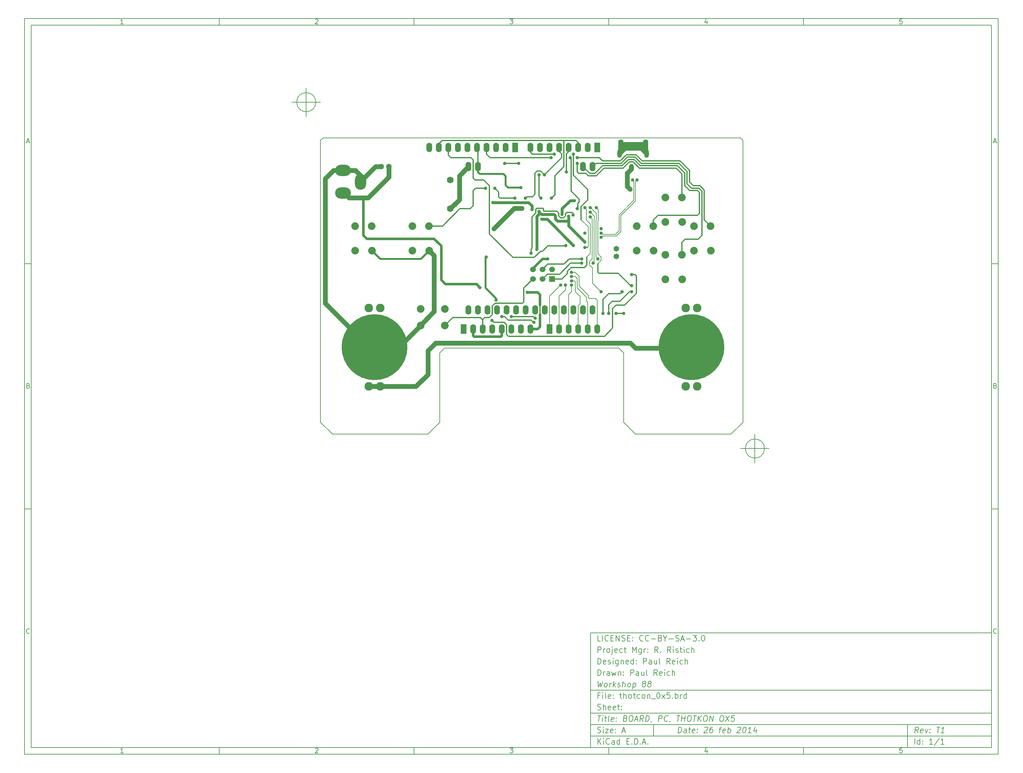
<source format=gbl>
G04 (created by PCBNEW (2013-dec-23)-stable) date Wed 26 Feb 2014 13:07:50 CST*
%MOIN*%
G04 Gerber Fmt 3.4, Leading zero omitted, Abs format*
%FSLAX34Y34*%
G01*
G70*
G90*
G04 APERTURE LIST*
%ADD10C,0.00590551*%
%ADD11C,0.006*%
%ADD12O,0.0562992X0.10315*%
%ADD13O,0.0496063X0.0889764*%
%ADD14O,0.06X0.1*%
%ADD15C,0.08*%
%ADD16C,0.07*%
%ADD17O,0.165354X0.11811*%
%ADD18O,0.11811X0.165354*%
%ADD19C,0.0583*%
%ADD20R,0.06X0.06*%
%ADD21C,0.06*%
%ADD22R,0.06X0.1*%
%ADD23C,0.09*%
%ADD24C,0.69*%
%ADD25C,0.035*%
%ADD26C,0.02*%
%ADD27C,0.012*%
%ADD28C,0.03*%
%ADD29C,0.05*%
%ADD30C,0.025*%
%ADD31C,0.008*%
%ADD32C,0.01*%
G04 APERTURE END LIST*
G54D10*
X4000Y-4000D02*
X106000Y-4000D01*
X106000Y-81000D01*
X4000Y-81000D01*
X4000Y-4000D01*
X4700Y-4700D02*
X105300Y-4700D01*
X105300Y-80300D01*
X4700Y-80300D01*
X4700Y-4700D01*
X24400Y-4000D02*
X24400Y-4700D01*
X14342Y-4552D02*
X14057Y-4552D01*
X14200Y-4552D02*
X14200Y-4052D01*
X14152Y-4123D01*
X14104Y-4171D01*
X14057Y-4195D01*
X24400Y-81000D02*
X24400Y-80300D01*
X14342Y-80852D02*
X14057Y-80852D01*
X14200Y-80852D02*
X14200Y-80352D01*
X14152Y-80423D01*
X14104Y-80471D01*
X14057Y-80495D01*
X44800Y-4000D02*
X44800Y-4700D01*
X34457Y-4100D02*
X34480Y-4076D01*
X34528Y-4052D01*
X34647Y-4052D01*
X34695Y-4076D01*
X34719Y-4100D01*
X34742Y-4147D01*
X34742Y-4195D01*
X34719Y-4266D01*
X34433Y-4552D01*
X34742Y-4552D01*
X44800Y-81000D02*
X44800Y-80300D01*
X34457Y-80400D02*
X34480Y-80376D01*
X34528Y-80352D01*
X34647Y-80352D01*
X34695Y-80376D01*
X34719Y-80400D01*
X34742Y-80447D01*
X34742Y-80495D01*
X34719Y-80566D01*
X34433Y-80852D01*
X34742Y-80852D01*
X65200Y-4000D02*
X65200Y-4700D01*
X54833Y-4052D02*
X55142Y-4052D01*
X54976Y-4242D01*
X55047Y-4242D01*
X55095Y-4266D01*
X55119Y-4290D01*
X55142Y-4338D01*
X55142Y-4457D01*
X55119Y-4504D01*
X55095Y-4528D01*
X55047Y-4552D01*
X54904Y-4552D01*
X54857Y-4528D01*
X54833Y-4504D01*
X65200Y-81000D02*
X65200Y-80300D01*
X54833Y-80352D02*
X55142Y-80352D01*
X54976Y-80542D01*
X55047Y-80542D01*
X55095Y-80566D01*
X55119Y-80590D01*
X55142Y-80638D01*
X55142Y-80757D01*
X55119Y-80804D01*
X55095Y-80828D01*
X55047Y-80852D01*
X54904Y-80852D01*
X54857Y-80828D01*
X54833Y-80804D01*
X85600Y-4000D02*
X85600Y-4700D01*
X75495Y-4219D02*
X75495Y-4552D01*
X75376Y-4028D02*
X75257Y-4385D01*
X75566Y-4385D01*
X85600Y-81000D02*
X85600Y-80300D01*
X75495Y-80519D02*
X75495Y-80852D01*
X75376Y-80328D02*
X75257Y-80685D01*
X75566Y-80685D01*
X95919Y-4052D02*
X95680Y-4052D01*
X95657Y-4290D01*
X95680Y-4266D01*
X95728Y-4242D01*
X95847Y-4242D01*
X95895Y-4266D01*
X95919Y-4290D01*
X95942Y-4338D01*
X95942Y-4457D01*
X95919Y-4504D01*
X95895Y-4528D01*
X95847Y-4552D01*
X95728Y-4552D01*
X95680Y-4528D01*
X95657Y-4504D01*
X95919Y-80352D02*
X95680Y-80352D01*
X95657Y-80590D01*
X95680Y-80566D01*
X95728Y-80542D01*
X95847Y-80542D01*
X95895Y-80566D01*
X95919Y-80590D01*
X95942Y-80638D01*
X95942Y-80757D01*
X95919Y-80804D01*
X95895Y-80828D01*
X95847Y-80852D01*
X95728Y-80852D01*
X95680Y-80828D01*
X95657Y-80804D01*
X4000Y-29660D02*
X4700Y-29660D01*
X4230Y-16889D02*
X4469Y-16889D01*
X4183Y-17032D02*
X4350Y-16532D01*
X4516Y-17032D01*
X106000Y-29660D02*
X105300Y-29660D01*
X105530Y-16889D02*
X105769Y-16889D01*
X105483Y-17032D02*
X105650Y-16532D01*
X105816Y-17032D01*
X4000Y-55320D02*
X4700Y-55320D01*
X4385Y-42430D02*
X4457Y-42454D01*
X4480Y-42478D01*
X4504Y-42525D01*
X4504Y-42597D01*
X4480Y-42644D01*
X4457Y-42668D01*
X4409Y-42692D01*
X4219Y-42692D01*
X4219Y-42192D01*
X4385Y-42192D01*
X4433Y-42216D01*
X4457Y-42240D01*
X4480Y-42287D01*
X4480Y-42335D01*
X4457Y-42382D01*
X4433Y-42406D01*
X4385Y-42430D01*
X4219Y-42430D01*
X106000Y-55320D02*
X105300Y-55320D01*
X105685Y-42430D02*
X105757Y-42454D01*
X105780Y-42478D01*
X105804Y-42525D01*
X105804Y-42597D01*
X105780Y-42644D01*
X105757Y-42668D01*
X105709Y-42692D01*
X105519Y-42692D01*
X105519Y-42192D01*
X105685Y-42192D01*
X105733Y-42216D01*
X105757Y-42240D01*
X105780Y-42287D01*
X105780Y-42335D01*
X105757Y-42382D01*
X105733Y-42406D01*
X105685Y-42430D01*
X105519Y-42430D01*
X4504Y-68304D02*
X4480Y-68328D01*
X4409Y-68352D01*
X4361Y-68352D01*
X4290Y-68328D01*
X4242Y-68280D01*
X4219Y-68233D01*
X4195Y-68138D01*
X4195Y-68066D01*
X4219Y-67971D01*
X4242Y-67923D01*
X4290Y-67876D01*
X4361Y-67852D01*
X4409Y-67852D01*
X4480Y-67876D01*
X4504Y-67900D01*
X105804Y-68304D02*
X105780Y-68328D01*
X105709Y-68352D01*
X105661Y-68352D01*
X105590Y-68328D01*
X105542Y-68280D01*
X105519Y-68233D01*
X105495Y-68138D01*
X105495Y-68066D01*
X105519Y-67971D01*
X105542Y-67923D01*
X105590Y-67876D01*
X105661Y-67852D01*
X105709Y-67852D01*
X105780Y-67876D01*
X105804Y-67900D01*
X72450Y-78742D02*
X72525Y-78142D01*
X72667Y-78142D01*
X72750Y-78171D01*
X72800Y-78228D01*
X72821Y-78285D01*
X72835Y-78400D01*
X72825Y-78485D01*
X72782Y-78600D01*
X72746Y-78657D01*
X72682Y-78714D01*
X72592Y-78742D01*
X72450Y-78742D01*
X73307Y-78742D02*
X73346Y-78428D01*
X73325Y-78371D01*
X73271Y-78342D01*
X73157Y-78342D01*
X73096Y-78371D01*
X73310Y-78714D02*
X73250Y-78742D01*
X73107Y-78742D01*
X73053Y-78714D01*
X73032Y-78657D01*
X73039Y-78600D01*
X73075Y-78542D01*
X73135Y-78514D01*
X73278Y-78514D01*
X73339Y-78485D01*
X73557Y-78342D02*
X73785Y-78342D01*
X73667Y-78142D02*
X73603Y-78657D01*
X73625Y-78714D01*
X73678Y-78742D01*
X73735Y-78742D01*
X74167Y-78714D02*
X74107Y-78742D01*
X73992Y-78742D01*
X73939Y-78714D01*
X73917Y-78657D01*
X73946Y-78428D01*
X73982Y-78371D01*
X74042Y-78342D01*
X74157Y-78342D01*
X74210Y-78371D01*
X74232Y-78428D01*
X74225Y-78485D01*
X73932Y-78542D01*
X74457Y-78685D02*
X74482Y-78714D01*
X74450Y-78742D01*
X74425Y-78714D01*
X74457Y-78685D01*
X74450Y-78742D01*
X74496Y-78371D02*
X74521Y-78400D01*
X74489Y-78428D01*
X74464Y-78400D01*
X74496Y-78371D01*
X74489Y-78428D01*
X75232Y-78200D02*
X75264Y-78171D01*
X75325Y-78142D01*
X75467Y-78142D01*
X75521Y-78171D01*
X75546Y-78200D01*
X75567Y-78257D01*
X75560Y-78314D01*
X75521Y-78400D01*
X75135Y-78742D01*
X75507Y-78742D01*
X76096Y-78142D02*
X75982Y-78142D01*
X75921Y-78171D01*
X75889Y-78200D01*
X75821Y-78285D01*
X75778Y-78400D01*
X75750Y-78628D01*
X75771Y-78685D01*
X75796Y-78714D01*
X75850Y-78742D01*
X75964Y-78742D01*
X76025Y-78714D01*
X76057Y-78685D01*
X76092Y-78628D01*
X76110Y-78485D01*
X76089Y-78428D01*
X76064Y-78400D01*
X76010Y-78371D01*
X75896Y-78371D01*
X75835Y-78400D01*
X75803Y-78428D01*
X75767Y-78485D01*
X76757Y-78342D02*
X76985Y-78342D01*
X76792Y-78742D02*
X76857Y-78228D01*
X76892Y-78171D01*
X76953Y-78142D01*
X77010Y-78142D01*
X77367Y-78714D02*
X77307Y-78742D01*
X77192Y-78742D01*
X77139Y-78714D01*
X77117Y-78657D01*
X77146Y-78428D01*
X77182Y-78371D01*
X77242Y-78342D01*
X77357Y-78342D01*
X77410Y-78371D01*
X77432Y-78428D01*
X77425Y-78485D01*
X77132Y-78542D01*
X77650Y-78742D02*
X77725Y-78142D01*
X77696Y-78371D02*
X77757Y-78342D01*
X77871Y-78342D01*
X77925Y-78371D01*
X77950Y-78400D01*
X77971Y-78457D01*
X77950Y-78628D01*
X77914Y-78685D01*
X77882Y-78714D01*
X77821Y-78742D01*
X77707Y-78742D01*
X77653Y-78714D01*
X78689Y-78200D02*
X78721Y-78171D01*
X78782Y-78142D01*
X78925Y-78142D01*
X78978Y-78171D01*
X79003Y-78200D01*
X79025Y-78257D01*
X79017Y-78314D01*
X78978Y-78400D01*
X78592Y-78742D01*
X78964Y-78742D01*
X79410Y-78142D02*
X79467Y-78142D01*
X79521Y-78171D01*
X79546Y-78200D01*
X79567Y-78257D01*
X79582Y-78371D01*
X79564Y-78514D01*
X79521Y-78628D01*
X79485Y-78685D01*
X79453Y-78714D01*
X79392Y-78742D01*
X79335Y-78742D01*
X79282Y-78714D01*
X79257Y-78685D01*
X79235Y-78628D01*
X79221Y-78514D01*
X79239Y-78371D01*
X79282Y-78257D01*
X79317Y-78200D01*
X79350Y-78171D01*
X79410Y-78142D01*
X80107Y-78742D02*
X79764Y-78742D01*
X79935Y-78742D02*
X80010Y-78142D01*
X79942Y-78228D01*
X79878Y-78285D01*
X79817Y-78314D01*
X80671Y-78342D02*
X80621Y-78742D01*
X80557Y-78114D02*
X80360Y-78542D01*
X80732Y-78542D01*
X64042Y-79942D02*
X64042Y-79342D01*
X64385Y-79942D02*
X64128Y-79600D01*
X64385Y-79342D02*
X64042Y-79685D01*
X64642Y-79942D02*
X64642Y-79542D01*
X64642Y-79342D02*
X64614Y-79371D01*
X64642Y-79400D01*
X64671Y-79371D01*
X64642Y-79342D01*
X64642Y-79400D01*
X65271Y-79885D02*
X65242Y-79914D01*
X65157Y-79942D01*
X65100Y-79942D01*
X65014Y-79914D01*
X64957Y-79857D01*
X64928Y-79800D01*
X64900Y-79685D01*
X64900Y-79600D01*
X64928Y-79485D01*
X64957Y-79428D01*
X65014Y-79371D01*
X65100Y-79342D01*
X65157Y-79342D01*
X65242Y-79371D01*
X65271Y-79400D01*
X65785Y-79942D02*
X65785Y-79628D01*
X65757Y-79571D01*
X65700Y-79542D01*
X65585Y-79542D01*
X65528Y-79571D01*
X65785Y-79914D02*
X65728Y-79942D01*
X65585Y-79942D01*
X65528Y-79914D01*
X65500Y-79857D01*
X65500Y-79800D01*
X65528Y-79742D01*
X65585Y-79714D01*
X65728Y-79714D01*
X65785Y-79685D01*
X66328Y-79942D02*
X66328Y-79342D01*
X66328Y-79914D02*
X66271Y-79942D01*
X66157Y-79942D01*
X66100Y-79914D01*
X66071Y-79885D01*
X66042Y-79828D01*
X66042Y-79657D01*
X66071Y-79600D01*
X66100Y-79571D01*
X66157Y-79542D01*
X66271Y-79542D01*
X66328Y-79571D01*
X67071Y-79628D02*
X67271Y-79628D01*
X67357Y-79942D02*
X67071Y-79942D01*
X67071Y-79342D01*
X67357Y-79342D01*
X67614Y-79885D02*
X67642Y-79914D01*
X67614Y-79942D01*
X67585Y-79914D01*
X67614Y-79885D01*
X67614Y-79942D01*
X67899Y-79942D02*
X67899Y-79342D01*
X68042Y-79342D01*
X68128Y-79371D01*
X68185Y-79428D01*
X68214Y-79485D01*
X68242Y-79600D01*
X68242Y-79685D01*
X68214Y-79800D01*
X68185Y-79857D01*
X68128Y-79914D01*
X68042Y-79942D01*
X67899Y-79942D01*
X68499Y-79885D02*
X68528Y-79914D01*
X68499Y-79942D01*
X68471Y-79914D01*
X68499Y-79885D01*
X68499Y-79942D01*
X68757Y-79771D02*
X69042Y-79771D01*
X68699Y-79942D02*
X68899Y-79342D01*
X69099Y-79942D01*
X69299Y-79885D02*
X69328Y-79914D01*
X69299Y-79942D01*
X69271Y-79914D01*
X69299Y-79885D01*
X69299Y-79942D01*
X97592Y-78742D02*
X97428Y-78457D01*
X97250Y-78742D02*
X97325Y-78142D01*
X97553Y-78142D01*
X97607Y-78171D01*
X97632Y-78200D01*
X97653Y-78257D01*
X97642Y-78342D01*
X97607Y-78400D01*
X97575Y-78428D01*
X97514Y-78457D01*
X97285Y-78457D01*
X98082Y-78714D02*
X98021Y-78742D01*
X97907Y-78742D01*
X97853Y-78714D01*
X97832Y-78657D01*
X97860Y-78428D01*
X97896Y-78371D01*
X97957Y-78342D01*
X98071Y-78342D01*
X98125Y-78371D01*
X98146Y-78428D01*
X98139Y-78485D01*
X97846Y-78542D01*
X98357Y-78342D02*
X98450Y-78742D01*
X98642Y-78342D01*
X98828Y-78685D02*
X98853Y-78714D01*
X98821Y-78742D01*
X98796Y-78714D01*
X98828Y-78685D01*
X98821Y-78742D01*
X98867Y-78371D02*
X98892Y-78400D01*
X98860Y-78428D01*
X98835Y-78400D01*
X98867Y-78371D01*
X98860Y-78428D01*
X99553Y-78142D02*
X99896Y-78142D01*
X99650Y-78742D02*
X99725Y-78142D01*
X100335Y-78742D02*
X99992Y-78742D01*
X100164Y-78742D02*
X100239Y-78142D01*
X100171Y-78228D01*
X100107Y-78285D01*
X100046Y-78314D01*
X64014Y-78714D02*
X64100Y-78742D01*
X64242Y-78742D01*
X64300Y-78714D01*
X64328Y-78685D01*
X64357Y-78628D01*
X64357Y-78571D01*
X64328Y-78514D01*
X64300Y-78485D01*
X64242Y-78457D01*
X64128Y-78428D01*
X64071Y-78400D01*
X64042Y-78371D01*
X64014Y-78314D01*
X64014Y-78257D01*
X64042Y-78200D01*
X64071Y-78171D01*
X64128Y-78142D01*
X64271Y-78142D01*
X64357Y-78171D01*
X64614Y-78742D02*
X64614Y-78342D01*
X64614Y-78142D02*
X64585Y-78171D01*
X64614Y-78200D01*
X64642Y-78171D01*
X64614Y-78142D01*
X64614Y-78200D01*
X64842Y-78342D02*
X65157Y-78342D01*
X64842Y-78742D01*
X65157Y-78742D01*
X65614Y-78714D02*
X65557Y-78742D01*
X65442Y-78742D01*
X65385Y-78714D01*
X65357Y-78657D01*
X65357Y-78428D01*
X65385Y-78371D01*
X65442Y-78342D01*
X65557Y-78342D01*
X65614Y-78371D01*
X65642Y-78428D01*
X65642Y-78485D01*
X65357Y-78542D01*
X65900Y-78685D02*
X65928Y-78714D01*
X65900Y-78742D01*
X65871Y-78714D01*
X65900Y-78685D01*
X65900Y-78742D01*
X65900Y-78371D02*
X65928Y-78400D01*
X65900Y-78428D01*
X65871Y-78400D01*
X65900Y-78371D01*
X65900Y-78428D01*
X66614Y-78571D02*
X66900Y-78571D01*
X66557Y-78742D02*
X66757Y-78142D01*
X66957Y-78742D01*
X97242Y-79942D02*
X97242Y-79342D01*
X97785Y-79942D02*
X97785Y-79342D01*
X97785Y-79914D02*
X97728Y-79942D01*
X97614Y-79942D01*
X97557Y-79914D01*
X97528Y-79885D01*
X97500Y-79828D01*
X97500Y-79657D01*
X97528Y-79600D01*
X97557Y-79571D01*
X97614Y-79542D01*
X97728Y-79542D01*
X97785Y-79571D01*
X98071Y-79885D02*
X98100Y-79914D01*
X98071Y-79942D01*
X98042Y-79914D01*
X98071Y-79885D01*
X98071Y-79942D01*
X98071Y-79571D02*
X98100Y-79600D01*
X98071Y-79628D01*
X98042Y-79600D01*
X98071Y-79571D01*
X98071Y-79628D01*
X99128Y-79942D02*
X98785Y-79942D01*
X98957Y-79942D02*
X98957Y-79342D01*
X98899Y-79428D01*
X98842Y-79485D01*
X98785Y-79514D01*
X99814Y-79314D02*
X99300Y-80085D01*
X100328Y-79942D02*
X99985Y-79942D01*
X100157Y-79942D02*
X100157Y-79342D01*
X100099Y-79428D01*
X100042Y-79485D01*
X99985Y-79514D01*
X64039Y-76942D02*
X64382Y-76942D01*
X64135Y-77542D02*
X64210Y-76942D01*
X64507Y-77542D02*
X64557Y-77142D01*
X64582Y-76942D02*
X64550Y-76971D01*
X64575Y-77000D01*
X64607Y-76971D01*
X64582Y-76942D01*
X64575Y-77000D01*
X64757Y-77142D02*
X64985Y-77142D01*
X64867Y-76942D02*
X64803Y-77457D01*
X64825Y-77514D01*
X64878Y-77542D01*
X64935Y-77542D01*
X65221Y-77542D02*
X65167Y-77514D01*
X65146Y-77457D01*
X65210Y-76942D01*
X65682Y-77514D02*
X65621Y-77542D01*
X65507Y-77542D01*
X65453Y-77514D01*
X65432Y-77457D01*
X65460Y-77228D01*
X65496Y-77171D01*
X65557Y-77142D01*
X65671Y-77142D01*
X65725Y-77171D01*
X65746Y-77228D01*
X65739Y-77285D01*
X65446Y-77342D01*
X65971Y-77485D02*
X65996Y-77514D01*
X65964Y-77542D01*
X65939Y-77514D01*
X65971Y-77485D01*
X65964Y-77542D01*
X66010Y-77171D02*
X66035Y-77200D01*
X66003Y-77228D01*
X65978Y-77200D01*
X66010Y-77171D01*
X66003Y-77228D01*
X66946Y-77228D02*
X67028Y-77257D01*
X67053Y-77285D01*
X67075Y-77342D01*
X67064Y-77428D01*
X67028Y-77485D01*
X66996Y-77514D01*
X66935Y-77542D01*
X66707Y-77542D01*
X66782Y-76942D01*
X66982Y-76942D01*
X67035Y-76971D01*
X67060Y-77000D01*
X67082Y-77057D01*
X67075Y-77114D01*
X67039Y-77171D01*
X67007Y-77200D01*
X66946Y-77228D01*
X66746Y-77228D01*
X67496Y-76942D02*
X67610Y-76942D01*
X67664Y-76971D01*
X67714Y-77028D01*
X67728Y-77142D01*
X67703Y-77342D01*
X67660Y-77457D01*
X67596Y-77514D01*
X67535Y-77542D01*
X67421Y-77542D01*
X67367Y-77514D01*
X67317Y-77457D01*
X67303Y-77342D01*
X67328Y-77142D01*
X67371Y-77028D01*
X67435Y-76971D01*
X67496Y-76942D01*
X67928Y-77371D02*
X68214Y-77371D01*
X67850Y-77542D02*
X68125Y-76942D01*
X68250Y-77542D01*
X68792Y-77542D02*
X68628Y-77257D01*
X68450Y-77542D02*
X68525Y-76942D01*
X68753Y-76942D01*
X68807Y-76971D01*
X68832Y-77000D01*
X68853Y-77057D01*
X68842Y-77142D01*
X68807Y-77200D01*
X68775Y-77228D01*
X68714Y-77257D01*
X68485Y-77257D01*
X69050Y-77542D02*
X69125Y-76942D01*
X69267Y-76942D01*
X69350Y-76971D01*
X69400Y-77028D01*
X69421Y-77085D01*
X69435Y-77200D01*
X69425Y-77285D01*
X69382Y-77400D01*
X69346Y-77457D01*
X69282Y-77514D01*
X69192Y-77542D01*
X69050Y-77542D01*
X69682Y-77514D02*
X69678Y-77542D01*
X69642Y-77600D01*
X69610Y-77628D01*
X70392Y-77542D02*
X70467Y-76942D01*
X70696Y-76942D01*
X70749Y-76971D01*
X70775Y-77000D01*
X70796Y-77057D01*
X70785Y-77142D01*
X70750Y-77200D01*
X70717Y-77228D01*
X70657Y-77257D01*
X70428Y-77257D01*
X71342Y-77485D02*
X71310Y-77514D01*
X71221Y-77542D01*
X71164Y-77542D01*
X71082Y-77514D01*
X71032Y-77457D01*
X71010Y-77400D01*
X70996Y-77285D01*
X71007Y-77200D01*
X71050Y-77085D01*
X71085Y-77028D01*
X71149Y-76971D01*
X71239Y-76942D01*
X71296Y-76942D01*
X71378Y-76971D01*
X71403Y-77000D01*
X71625Y-77514D02*
X71621Y-77542D01*
X71585Y-77600D01*
X71553Y-77628D01*
X72325Y-76942D02*
X72667Y-76942D01*
X72421Y-77542D02*
X72496Y-76942D01*
X72792Y-77542D02*
X72867Y-76942D01*
X72832Y-77228D02*
X73175Y-77228D01*
X73135Y-77542D02*
X73210Y-76942D01*
X73610Y-76942D02*
X73725Y-76942D01*
X73778Y-76971D01*
X73828Y-77028D01*
X73842Y-77142D01*
X73817Y-77342D01*
X73774Y-77457D01*
X73710Y-77514D01*
X73650Y-77542D01*
X73535Y-77542D01*
X73482Y-77514D01*
X73432Y-77457D01*
X73417Y-77342D01*
X73442Y-77142D01*
X73485Y-77028D01*
X73549Y-76971D01*
X73610Y-76942D01*
X74039Y-76942D02*
X74382Y-76942D01*
X74135Y-77542D02*
X74210Y-76942D01*
X74507Y-77542D02*
X74582Y-76942D01*
X74849Y-77542D02*
X74635Y-77200D01*
X74924Y-76942D02*
X74539Y-77285D01*
X75296Y-76942D02*
X75410Y-76942D01*
X75464Y-76971D01*
X75514Y-77028D01*
X75528Y-77142D01*
X75503Y-77342D01*
X75460Y-77457D01*
X75396Y-77514D01*
X75335Y-77542D01*
X75221Y-77542D01*
X75167Y-77514D01*
X75117Y-77457D01*
X75103Y-77342D01*
X75128Y-77142D01*
X75171Y-77028D01*
X75235Y-76971D01*
X75296Y-76942D01*
X75735Y-77542D02*
X75810Y-76942D01*
X76078Y-77542D01*
X76153Y-76942D01*
X77010Y-76942D02*
X77124Y-76942D01*
X77178Y-76971D01*
X77228Y-77028D01*
X77242Y-77142D01*
X77217Y-77342D01*
X77174Y-77457D01*
X77110Y-77514D01*
X77049Y-77542D01*
X76935Y-77542D01*
X76882Y-77514D01*
X76832Y-77457D01*
X76817Y-77342D01*
X76842Y-77142D01*
X76885Y-77028D01*
X76949Y-76971D01*
X77010Y-76942D01*
X77467Y-76942D02*
X77792Y-77542D01*
X77867Y-76942D02*
X77392Y-77542D01*
X78382Y-76942D02*
X78096Y-76942D01*
X78032Y-77228D01*
X78064Y-77200D01*
X78124Y-77171D01*
X78267Y-77171D01*
X78321Y-77200D01*
X78346Y-77228D01*
X78367Y-77285D01*
X78349Y-77428D01*
X78314Y-77485D01*
X78282Y-77514D01*
X78221Y-77542D01*
X78078Y-77542D01*
X78024Y-77514D01*
X77999Y-77485D01*
X64242Y-74828D02*
X64042Y-74828D01*
X64042Y-75142D02*
X64042Y-74542D01*
X64328Y-74542D01*
X64557Y-75142D02*
X64557Y-74742D01*
X64557Y-74542D02*
X64528Y-74571D01*
X64557Y-74600D01*
X64585Y-74571D01*
X64557Y-74542D01*
X64557Y-74600D01*
X64928Y-75142D02*
X64871Y-75114D01*
X64842Y-75057D01*
X64842Y-74542D01*
X65385Y-75114D02*
X65328Y-75142D01*
X65214Y-75142D01*
X65157Y-75114D01*
X65128Y-75057D01*
X65128Y-74828D01*
X65157Y-74771D01*
X65214Y-74742D01*
X65328Y-74742D01*
X65385Y-74771D01*
X65414Y-74828D01*
X65414Y-74885D01*
X65128Y-74942D01*
X65671Y-75085D02*
X65700Y-75114D01*
X65671Y-75142D01*
X65642Y-75114D01*
X65671Y-75085D01*
X65671Y-75142D01*
X65671Y-74771D02*
X65700Y-74800D01*
X65671Y-74828D01*
X65642Y-74800D01*
X65671Y-74771D01*
X65671Y-74828D01*
X66328Y-74742D02*
X66557Y-74742D01*
X66414Y-74542D02*
X66414Y-75057D01*
X66442Y-75114D01*
X66500Y-75142D01*
X66557Y-75142D01*
X66757Y-75142D02*
X66757Y-74542D01*
X67014Y-75142D02*
X67014Y-74828D01*
X66985Y-74771D01*
X66928Y-74742D01*
X66842Y-74742D01*
X66785Y-74771D01*
X66757Y-74800D01*
X67385Y-75142D02*
X67328Y-75114D01*
X67300Y-75085D01*
X67271Y-75028D01*
X67271Y-74857D01*
X67300Y-74800D01*
X67328Y-74771D01*
X67385Y-74742D01*
X67471Y-74742D01*
X67528Y-74771D01*
X67557Y-74800D01*
X67585Y-74857D01*
X67585Y-75028D01*
X67557Y-75085D01*
X67528Y-75114D01*
X67471Y-75142D01*
X67385Y-75142D01*
X67757Y-74742D02*
X67985Y-74742D01*
X67842Y-74542D02*
X67842Y-75057D01*
X67871Y-75114D01*
X67928Y-75142D01*
X67985Y-75142D01*
X68442Y-75114D02*
X68385Y-75142D01*
X68271Y-75142D01*
X68214Y-75114D01*
X68185Y-75085D01*
X68157Y-75028D01*
X68157Y-74857D01*
X68185Y-74800D01*
X68214Y-74771D01*
X68271Y-74742D01*
X68385Y-74742D01*
X68442Y-74771D01*
X68785Y-75142D02*
X68728Y-75114D01*
X68700Y-75085D01*
X68671Y-75028D01*
X68671Y-74857D01*
X68700Y-74800D01*
X68728Y-74771D01*
X68785Y-74742D01*
X68871Y-74742D01*
X68928Y-74771D01*
X68957Y-74800D01*
X68985Y-74857D01*
X68985Y-75028D01*
X68957Y-75085D01*
X68928Y-75114D01*
X68871Y-75142D01*
X68785Y-75142D01*
X69242Y-74742D02*
X69242Y-75142D01*
X69242Y-74800D02*
X69271Y-74771D01*
X69328Y-74742D01*
X69414Y-74742D01*
X69471Y-74771D01*
X69500Y-74828D01*
X69500Y-75142D01*
X69642Y-75200D02*
X70100Y-75200D01*
X70357Y-74542D02*
X70414Y-74542D01*
X70471Y-74571D01*
X70500Y-74600D01*
X70528Y-74657D01*
X70557Y-74771D01*
X70557Y-74914D01*
X70528Y-75028D01*
X70500Y-75085D01*
X70471Y-75114D01*
X70414Y-75142D01*
X70357Y-75142D01*
X70300Y-75114D01*
X70271Y-75085D01*
X70242Y-75028D01*
X70214Y-74914D01*
X70214Y-74771D01*
X70242Y-74657D01*
X70271Y-74600D01*
X70300Y-74571D01*
X70357Y-74542D01*
X70757Y-75142D02*
X71071Y-74742D01*
X70757Y-74742D02*
X71071Y-75142D01*
X71585Y-74542D02*
X71300Y-74542D01*
X71271Y-74828D01*
X71300Y-74800D01*
X71357Y-74771D01*
X71500Y-74771D01*
X71557Y-74800D01*
X71585Y-74828D01*
X71614Y-74885D01*
X71614Y-75028D01*
X71585Y-75085D01*
X71557Y-75114D01*
X71500Y-75142D01*
X71357Y-75142D01*
X71300Y-75114D01*
X71271Y-75085D01*
X71871Y-75085D02*
X71900Y-75114D01*
X71871Y-75142D01*
X71842Y-75114D01*
X71871Y-75085D01*
X71871Y-75142D01*
X72157Y-75142D02*
X72157Y-74542D01*
X72157Y-74771D02*
X72214Y-74742D01*
X72328Y-74742D01*
X72385Y-74771D01*
X72414Y-74800D01*
X72442Y-74857D01*
X72442Y-75028D01*
X72414Y-75085D01*
X72385Y-75114D01*
X72328Y-75142D01*
X72214Y-75142D01*
X72157Y-75114D01*
X72700Y-75142D02*
X72700Y-74742D01*
X72700Y-74857D02*
X72728Y-74800D01*
X72757Y-74771D01*
X72814Y-74742D01*
X72871Y-74742D01*
X73328Y-75142D02*
X73328Y-74542D01*
X73328Y-75114D02*
X73271Y-75142D01*
X73157Y-75142D01*
X73100Y-75114D01*
X73071Y-75085D01*
X73042Y-75028D01*
X73042Y-74857D01*
X73071Y-74800D01*
X73100Y-74771D01*
X73157Y-74742D01*
X73271Y-74742D01*
X73328Y-74771D01*
X64014Y-76314D02*
X64100Y-76342D01*
X64242Y-76342D01*
X64300Y-76314D01*
X64328Y-76285D01*
X64357Y-76228D01*
X64357Y-76171D01*
X64328Y-76114D01*
X64300Y-76085D01*
X64242Y-76057D01*
X64128Y-76028D01*
X64071Y-76000D01*
X64042Y-75971D01*
X64014Y-75914D01*
X64014Y-75857D01*
X64042Y-75800D01*
X64071Y-75771D01*
X64128Y-75742D01*
X64271Y-75742D01*
X64357Y-75771D01*
X64614Y-76342D02*
X64614Y-75742D01*
X64871Y-76342D02*
X64871Y-76028D01*
X64842Y-75971D01*
X64785Y-75942D01*
X64700Y-75942D01*
X64642Y-75971D01*
X64614Y-76000D01*
X65385Y-76314D02*
X65328Y-76342D01*
X65214Y-76342D01*
X65157Y-76314D01*
X65128Y-76257D01*
X65128Y-76028D01*
X65157Y-75971D01*
X65214Y-75942D01*
X65328Y-75942D01*
X65385Y-75971D01*
X65414Y-76028D01*
X65414Y-76085D01*
X65128Y-76142D01*
X65900Y-76314D02*
X65842Y-76342D01*
X65728Y-76342D01*
X65671Y-76314D01*
X65642Y-76257D01*
X65642Y-76028D01*
X65671Y-75971D01*
X65728Y-75942D01*
X65842Y-75942D01*
X65900Y-75971D01*
X65928Y-76028D01*
X65928Y-76085D01*
X65642Y-76142D01*
X66100Y-75942D02*
X66328Y-75942D01*
X66185Y-75742D02*
X66185Y-76257D01*
X66214Y-76314D01*
X66271Y-76342D01*
X66328Y-76342D01*
X66528Y-76285D02*
X66557Y-76314D01*
X66528Y-76342D01*
X66500Y-76314D01*
X66528Y-76285D01*
X66528Y-76342D01*
X66528Y-75971D02*
X66557Y-76000D01*
X66528Y-76028D01*
X66500Y-76000D01*
X66528Y-75971D01*
X66528Y-76028D01*
X64067Y-73342D02*
X64135Y-73942D01*
X64303Y-73514D01*
X64364Y-73942D01*
X64582Y-73342D01*
X64821Y-73942D02*
X64767Y-73914D01*
X64742Y-73885D01*
X64721Y-73828D01*
X64742Y-73657D01*
X64778Y-73600D01*
X64810Y-73571D01*
X64871Y-73542D01*
X64957Y-73542D01*
X65010Y-73571D01*
X65035Y-73600D01*
X65057Y-73657D01*
X65035Y-73828D01*
X65000Y-73885D01*
X64967Y-73914D01*
X64907Y-73942D01*
X64821Y-73942D01*
X65278Y-73942D02*
X65328Y-73542D01*
X65314Y-73657D02*
X65350Y-73600D01*
X65382Y-73571D01*
X65442Y-73542D01*
X65500Y-73542D01*
X65650Y-73942D02*
X65725Y-73342D01*
X65735Y-73714D02*
X65878Y-73942D01*
X65928Y-73542D02*
X65671Y-73771D01*
X66110Y-73914D02*
X66164Y-73942D01*
X66278Y-73942D01*
X66339Y-73914D01*
X66375Y-73857D01*
X66378Y-73828D01*
X66357Y-73771D01*
X66303Y-73742D01*
X66217Y-73742D01*
X66164Y-73714D01*
X66142Y-73657D01*
X66146Y-73628D01*
X66182Y-73571D01*
X66242Y-73542D01*
X66328Y-73542D01*
X66382Y-73571D01*
X66621Y-73942D02*
X66696Y-73342D01*
X66878Y-73942D02*
X66917Y-73628D01*
X66896Y-73571D01*
X66842Y-73542D01*
X66757Y-73542D01*
X66696Y-73571D01*
X66664Y-73600D01*
X67249Y-73942D02*
X67196Y-73914D01*
X67171Y-73885D01*
X67150Y-73828D01*
X67171Y-73657D01*
X67207Y-73600D01*
X67239Y-73571D01*
X67299Y-73542D01*
X67385Y-73542D01*
X67439Y-73571D01*
X67464Y-73600D01*
X67485Y-73657D01*
X67464Y-73828D01*
X67428Y-73885D01*
X67396Y-73914D01*
X67335Y-73942D01*
X67249Y-73942D01*
X67757Y-73542D02*
X67682Y-74142D01*
X67753Y-73571D02*
X67814Y-73542D01*
X67928Y-73542D01*
X67982Y-73571D01*
X68007Y-73600D01*
X68028Y-73657D01*
X68007Y-73828D01*
X67971Y-73885D01*
X67939Y-73914D01*
X67878Y-73942D01*
X67764Y-73942D01*
X67710Y-73914D01*
X68835Y-73600D02*
X68782Y-73571D01*
X68757Y-73542D01*
X68735Y-73485D01*
X68739Y-73457D01*
X68774Y-73400D01*
X68807Y-73371D01*
X68867Y-73342D01*
X68982Y-73342D01*
X69035Y-73371D01*
X69060Y-73400D01*
X69082Y-73457D01*
X69078Y-73485D01*
X69042Y-73542D01*
X69010Y-73571D01*
X68949Y-73600D01*
X68835Y-73600D01*
X68775Y-73628D01*
X68742Y-73657D01*
X68707Y-73714D01*
X68692Y-73828D01*
X68714Y-73885D01*
X68739Y-73914D01*
X68792Y-73942D01*
X68907Y-73942D01*
X68967Y-73914D01*
X68999Y-73885D01*
X69035Y-73828D01*
X69049Y-73714D01*
X69028Y-73657D01*
X69003Y-73628D01*
X68949Y-73600D01*
X69407Y-73600D02*
X69353Y-73571D01*
X69328Y-73542D01*
X69307Y-73485D01*
X69310Y-73457D01*
X69346Y-73400D01*
X69378Y-73371D01*
X69439Y-73342D01*
X69553Y-73342D01*
X69607Y-73371D01*
X69632Y-73400D01*
X69653Y-73457D01*
X69650Y-73485D01*
X69614Y-73542D01*
X69582Y-73571D01*
X69521Y-73600D01*
X69407Y-73600D01*
X69346Y-73628D01*
X69314Y-73657D01*
X69278Y-73714D01*
X69264Y-73828D01*
X69285Y-73885D01*
X69310Y-73914D01*
X69364Y-73942D01*
X69478Y-73942D01*
X69539Y-73914D01*
X69571Y-73885D01*
X69607Y-73828D01*
X69621Y-73714D01*
X69599Y-73657D01*
X69575Y-73628D01*
X69521Y-73600D01*
X64042Y-72742D02*
X64042Y-72142D01*
X64185Y-72142D01*
X64271Y-72171D01*
X64328Y-72228D01*
X64357Y-72285D01*
X64385Y-72400D01*
X64385Y-72485D01*
X64357Y-72600D01*
X64328Y-72657D01*
X64271Y-72714D01*
X64185Y-72742D01*
X64042Y-72742D01*
X64642Y-72742D02*
X64642Y-72342D01*
X64642Y-72457D02*
X64671Y-72400D01*
X64700Y-72371D01*
X64757Y-72342D01*
X64814Y-72342D01*
X65271Y-72742D02*
X65271Y-72428D01*
X65242Y-72371D01*
X65185Y-72342D01*
X65071Y-72342D01*
X65014Y-72371D01*
X65271Y-72714D02*
X65214Y-72742D01*
X65071Y-72742D01*
X65014Y-72714D01*
X64985Y-72657D01*
X64985Y-72600D01*
X65014Y-72542D01*
X65071Y-72514D01*
X65214Y-72514D01*
X65271Y-72485D01*
X65500Y-72342D02*
X65614Y-72742D01*
X65728Y-72457D01*
X65842Y-72742D01*
X65957Y-72342D01*
X66185Y-72342D02*
X66185Y-72742D01*
X66185Y-72400D02*
X66214Y-72371D01*
X66271Y-72342D01*
X66357Y-72342D01*
X66414Y-72371D01*
X66442Y-72428D01*
X66442Y-72742D01*
X66728Y-72685D02*
X66757Y-72714D01*
X66728Y-72742D01*
X66700Y-72714D01*
X66728Y-72685D01*
X66728Y-72742D01*
X66728Y-72371D02*
X66757Y-72400D01*
X66728Y-72428D01*
X66700Y-72400D01*
X66728Y-72371D01*
X66728Y-72428D01*
X67471Y-72742D02*
X67471Y-72142D01*
X67700Y-72142D01*
X67757Y-72171D01*
X67785Y-72200D01*
X67814Y-72257D01*
X67814Y-72342D01*
X67785Y-72400D01*
X67757Y-72428D01*
X67700Y-72457D01*
X67471Y-72457D01*
X68328Y-72742D02*
X68328Y-72428D01*
X68300Y-72371D01*
X68242Y-72342D01*
X68128Y-72342D01*
X68071Y-72371D01*
X68328Y-72714D02*
X68271Y-72742D01*
X68128Y-72742D01*
X68071Y-72714D01*
X68042Y-72657D01*
X68042Y-72600D01*
X68071Y-72542D01*
X68128Y-72514D01*
X68271Y-72514D01*
X68328Y-72485D01*
X68871Y-72342D02*
X68871Y-72742D01*
X68614Y-72342D02*
X68614Y-72657D01*
X68642Y-72714D01*
X68699Y-72742D01*
X68785Y-72742D01*
X68842Y-72714D01*
X68871Y-72685D01*
X69242Y-72742D02*
X69185Y-72714D01*
X69157Y-72657D01*
X69157Y-72142D01*
X70271Y-72742D02*
X70071Y-72457D01*
X69928Y-72742D02*
X69928Y-72142D01*
X70157Y-72142D01*
X70214Y-72171D01*
X70242Y-72200D01*
X70271Y-72257D01*
X70271Y-72342D01*
X70242Y-72400D01*
X70214Y-72428D01*
X70157Y-72457D01*
X69928Y-72457D01*
X70757Y-72714D02*
X70700Y-72742D01*
X70585Y-72742D01*
X70528Y-72714D01*
X70500Y-72657D01*
X70500Y-72428D01*
X70528Y-72371D01*
X70585Y-72342D01*
X70700Y-72342D01*
X70757Y-72371D01*
X70785Y-72428D01*
X70785Y-72485D01*
X70500Y-72542D01*
X71042Y-72742D02*
X71042Y-72342D01*
X71042Y-72142D02*
X71014Y-72171D01*
X71042Y-72200D01*
X71071Y-72171D01*
X71042Y-72142D01*
X71042Y-72200D01*
X71585Y-72714D02*
X71528Y-72742D01*
X71414Y-72742D01*
X71357Y-72714D01*
X71328Y-72685D01*
X71300Y-72628D01*
X71300Y-72457D01*
X71328Y-72400D01*
X71357Y-72371D01*
X71414Y-72342D01*
X71528Y-72342D01*
X71585Y-72371D01*
X71842Y-72742D02*
X71842Y-72142D01*
X72100Y-72742D02*
X72100Y-72428D01*
X72071Y-72371D01*
X72014Y-72342D01*
X71928Y-72342D01*
X71871Y-72371D01*
X71842Y-72400D01*
X64042Y-71542D02*
X64042Y-70942D01*
X64185Y-70942D01*
X64271Y-70971D01*
X64328Y-71028D01*
X64357Y-71085D01*
X64385Y-71200D01*
X64385Y-71285D01*
X64357Y-71400D01*
X64328Y-71457D01*
X64271Y-71514D01*
X64185Y-71542D01*
X64042Y-71542D01*
X64871Y-71514D02*
X64814Y-71542D01*
X64700Y-71542D01*
X64642Y-71514D01*
X64614Y-71457D01*
X64614Y-71228D01*
X64642Y-71171D01*
X64700Y-71142D01*
X64814Y-71142D01*
X64871Y-71171D01*
X64900Y-71228D01*
X64900Y-71285D01*
X64614Y-71342D01*
X65128Y-71514D02*
X65185Y-71542D01*
X65300Y-71542D01*
X65357Y-71514D01*
X65385Y-71457D01*
X65385Y-71428D01*
X65357Y-71371D01*
X65300Y-71342D01*
X65214Y-71342D01*
X65157Y-71314D01*
X65128Y-71257D01*
X65128Y-71228D01*
X65157Y-71171D01*
X65214Y-71142D01*
X65300Y-71142D01*
X65357Y-71171D01*
X65642Y-71542D02*
X65642Y-71142D01*
X65642Y-70942D02*
X65614Y-70971D01*
X65642Y-71000D01*
X65671Y-70971D01*
X65642Y-70942D01*
X65642Y-71000D01*
X66185Y-71142D02*
X66185Y-71628D01*
X66157Y-71685D01*
X66128Y-71714D01*
X66071Y-71742D01*
X65985Y-71742D01*
X65928Y-71714D01*
X66185Y-71514D02*
X66128Y-71542D01*
X66014Y-71542D01*
X65957Y-71514D01*
X65928Y-71485D01*
X65900Y-71428D01*
X65900Y-71257D01*
X65928Y-71200D01*
X65957Y-71171D01*
X66014Y-71142D01*
X66128Y-71142D01*
X66185Y-71171D01*
X66471Y-71142D02*
X66471Y-71542D01*
X66471Y-71200D02*
X66500Y-71171D01*
X66557Y-71142D01*
X66642Y-71142D01*
X66700Y-71171D01*
X66728Y-71228D01*
X66728Y-71542D01*
X67242Y-71514D02*
X67185Y-71542D01*
X67071Y-71542D01*
X67014Y-71514D01*
X66985Y-71457D01*
X66985Y-71228D01*
X67014Y-71171D01*
X67071Y-71142D01*
X67185Y-71142D01*
X67242Y-71171D01*
X67271Y-71228D01*
X67271Y-71285D01*
X66985Y-71342D01*
X67785Y-71542D02*
X67785Y-70942D01*
X67785Y-71514D02*
X67728Y-71542D01*
X67614Y-71542D01*
X67557Y-71514D01*
X67528Y-71485D01*
X67500Y-71428D01*
X67500Y-71257D01*
X67528Y-71200D01*
X67557Y-71171D01*
X67614Y-71142D01*
X67728Y-71142D01*
X67785Y-71171D01*
X68071Y-71485D02*
X68100Y-71514D01*
X68071Y-71542D01*
X68042Y-71514D01*
X68071Y-71485D01*
X68071Y-71542D01*
X68071Y-71171D02*
X68100Y-71200D01*
X68071Y-71228D01*
X68042Y-71200D01*
X68071Y-71171D01*
X68071Y-71228D01*
X68814Y-71542D02*
X68814Y-70942D01*
X69042Y-70942D01*
X69099Y-70971D01*
X69128Y-71000D01*
X69157Y-71057D01*
X69157Y-71142D01*
X69128Y-71200D01*
X69099Y-71228D01*
X69042Y-71257D01*
X68814Y-71257D01*
X69671Y-71542D02*
X69671Y-71228D01*
X69642Y-71171D01*
X69585Y-71142D01*
X69471Y-71142D01*
X69414Y-71171D01*
X69671Y-71514D02*
X69614Y-71542D01*
X69471Y-71542D01*
X69414Y-71514D01*
X69385Y-71457D01*
X69385Y-71400D01*
X69414Y-71342D01*
X69471Y-71314D01*
X69614Y-71314D01*
X69671Y-71285D01*
X70214Y-71142D02*
X70214Y-71542D01*
X69957Y-71142D02*
X69957Y-71457D01*
X69985Y-71514D01*
X70042Y-71542D01*
X70128Y-71542D01*
X70185Y-71514D01*
X70214Y-71485D01*
X70585Y-71542D02*
X70528Y-71514D01*
X70499Y-71457D01*
X70499Y-70942D01*
X71614Y-71542D02*
X71414Y-71257D01*
X71271Y-71542D02*
X71271Y-70942D01*
X71500Y-70942D01*
X71557Y-70971D01*
X71585Y-71000D01*
X71614Y-71057D01*
X71614Y-71142D01*
X71585Y-71200D01*
X71557Y-71228D01*
X71500Y-71257D01*
X71271Y-71257D01*
X72100Y-71514D02*
X72042Y-71542D01*
X71928Y-71542D01*
X71871Y-71514D01*
X71842Y-71457D01*
X71842Y-71228D01*
X71871Y-71171D01*
X71928Y-71142D01*
X72042Y-71142D01*
X72100Y-71171D01*
X72128Y-71228D01*
X72128Y-71285D01*
X71842Y-71342D01*
X72385Y-71542D02*
X72385Y-71142D01*
X72385Y-70942D02*
X72357Y-70971D01*
X72385Y-71000D01*
X72414Y-70971D01*
X72385Y-70942D01*
X72385Y-71000D01*
X72928Y-71514D02*
X72871Y-71542D01*
X72757Y-71542D01*
X72700Y-71514D01*
X72671Y-71485D01*
X72642Y-71428D01*
X72642Y-71257D01*
X72671Y-71200D01*
X72700Y-71171D01*
X72757Y-71142D01*
X72871Y-71142D01*
X72928Y-71171D01*
X73185Y-71542D02*
X73185Y-70942D01*
X73442Y-71542D02*
X73442Y-71228D01*
X73414Y-71171D01*
X73357Y-71142D01*
X73271Y-71142D01*
X73214Y-71171D01*
X73185Y-71200D01*
X64042Y-70342D02*
X64042Y-69742D01*
X64271Y-69742D01*
X64328Y-69771D01*
X64357Y-69800D01*
X64385Y-69857D01*
X64385Y-69942D01*
X64357Y-70000D01*
X64328Y-70028D01*
X64271Y-70057D01*
X64042Y-70057D01*
X64642Y-70342D02*
X64642Y-69942D01*
X64642Y-70057D02*
X64671Y-70000D01*
X64700Y-69971D01*
X64757Y-69942D01*
X64814Y-69942D01*
X65100Y-70342D02*
X65042Y-70314D01*
X65014Y-70285D01*
X64985Y-70228D01*
X64985Y-70057D01*
X65014Y-70000D01*
X65042Y-69971D01*
X65100Y-69942D01*
X65185Y-69942D01*
X65242Y-69971D01*
X65271Y-70000D01*
X65300Y-70057D01*
X65300Y-70228D01*
X65271Y-70285D01*
X65242Y-70314D01*
X65185Y-70342D01*
X65100Y-70342D01*
X65557Y-69942D02*
X65557Y-70457D01*
X65528Y-70514D01*
X65471Y-70542D01*
X65442Y-70542D01*
X65557Y-69742D02*
X65528Y-69771D01*
X65557Y-69800D01*
X65585Y-69771D01*
X65557Y-69742D01*
X65557Y-69800D01*
X66071Y-70314D02*
X66014Y-70342D01*
X65900Y-70342D01*
X65842Y-70314D01*
X65814Y-70257D01*
X65814Y-70028D01*
X65842Y-69971D01*
X65900Y-69942D01*
X66014Y-69942D01*
X66071Y-69971D01*
X66100Y-70028D01*
X66100Y-70085D01*
X65814Y-70142D01*
X66614Y-70314D02*
X66557Y-70342D01*
X66442Y-70342D01*
X66385Y-70314D01*
X66357Y-70285D01*
X66328Y-70228D01*
X66328Y-70057D01*
X66357Y-70000D01*
X66385Y-69971D01*
X66442Y-69942D01*
X66557Y-69942D01*
X66614Y-69971D01*
X66785Y-69942D02*
X67014Y-69942D01*
X66871Y-69742D02*
X66871Y-70257D01*
X66900Y-70314D01*
X66957Y-70342D01*
X67014Y-70342D01*
X67671Y-70342D02*
X67671Y-69742D01*
X67871Y-70171D01*
X68071Y-69742D01*
X68071Y-70342D01*
X68614Y-69942D02*
X68614Y-70428D01*
X68585Y-70485D01*
X68557Y-70514D01*
X68500Y-70542D01*
X68414Y-70542D01*
X68357Y-70514D01*
X68614Y-70314D02*
X68557Y-70342D01*
X68442Y-70342D01*
X68385Y-70314D01*
X68357Y-70285D01*
X68328Y-70228D01*
X68328Y-70057D01*
X68357Y-70000D01*
X68385Y-69971D01*
X68442Y-69942D01*
X68557Y-69942D01*
X68614Y-69971D01*
X68900Y-70342D02*
X68900Y-69942D01*
X68900Y-70057D02*
X68928Y-70000D01*
X68957Y-69971D01*
X69014Y-69942D01*
X69071Y-69942D01*
X69271Y-70285D02*
X69300Y-70314D01*
X69271Y-70342D01*
X69242Y-70314D01*
X69271Y-70285D01*
X69271Y-70342D01*
X69271Y-69971D02*
X69300Y-70000D01*
X69271Y-70028D01*
X69242Y-70000D01*
X69271Y-69971D01*
X69271Y-70028D01*
X70357Y-70342D02*
X70157Y-70057D01*
X70014Y-70342D02*
X70014Y-69742D01*
X70242Y-69742D01*
X70300Y-69771D01*
X70328Y-69800D01*
X70357Y-69857D01*
X70357Y-69942D01*
X70328Y-70000D01*
X70300Y-70028D01*
X70242Y-70057D01*
X70014Y-70057D01*
X70614Y-70285D02*
X70642Y-70314D01*
X70614Y-70342D01*
X70585Y-70314D01*
X70614Y-70285D01*
X70614Y-70342D01*
X71700Y-70342D02*
X71500Y-70057D01*
X71357Y-70342D02*
X71357Y-69742D01*
X71585Y-69742D01*
X71642Y-69771D01*
X71671Y-69800D01*
X71700Y-69857D01*
X71700Y-69942D01*
X71671Y-70000D01*
X71642Y-70028D01*
X71585Y-70057D01*
X71357Y-70057D01*
X71957Y-70342D02*
X71957Y-69942D01*
X71957Y-69742D02*
X71928Y-69771D01*
X71957Y-69800D01*
X71985Y-69771D01*
X71957Y-69742D01*
X71957Y-69800D01*
X72214Y-70314D02*
X72271Y-70342D01*
X72385Y-70342D01*
X72442Y-70314D01*
X72471Y-70257D01*
X72471Y-70228D01*
X72442Y-70171D01*
X72385Y-70142D01*
X72300Y-70142D01*
X72242Y-70114D01*
X72214Y-70057D01*
X72214Y-70028D01*
X72242Y-69971D01*
X72300Y-69942D01*
X72385Y-69942D01*
X72442Y-69971D01*
X72642Y-69942D02*
X72871Y-69942D01*
X72728Y-69742D02*
X72728Y-70257D01*
X72757Y-70314D01*
X72814Y-70342D01*
X72871Y-70342D01*
X73071Y-70342D02*
X73071Y-69942D01*
X73071Y-69742D02*
X73042Y-69771D01*
X73071Y-69800D01*
X73100Y-69771D01*
X73071Y-69742D01*
X73071Y-69800D01*
X73614Y-70314D02*
X73557Y-70342D01*
X73442Y-70342D01*
X73385Y-70314D01*
X73357Y-70285D01*
X73328Y-70228D01*
X73328Y-70057D01*
X73357Y-70000D01*
X73385Y-69971D01*
X73442Y-69942D01*
X73557Y-69942D01*
X73614Y-69971D01*
X73871Y-70342D02*
X73871Y-69742D01*
X74128Y-70342D02*
X74128Y-70028D01*
X74100Y-69971D01*
X74042Y-69942D01*
X73957Y-69942D01*
X73900Y-69971D01*
X73871Y-70000D01*
X64328Y-69142D02*
X64042Y-69142D01*
X64042Y-68542D01*
X64528Y-69142D02*
X64528Y-68542D01*
X65157Y-69085D02*
X65128Y-69114D01*
X65042Y-69142D01*
X64985Y-69142D01*
X64899Y-69114D01*
X64842Y-69057D01*
X64814Y-69000D01*
X64785Y-68885D01*
X64785Y-68800D01*
X64814Y-68685D01*
X64842Y-68628D01*
X64899Y-68571D01*
X64985Y-68542D01*
X65042Y-68542D01*
X65128Y-68571D01*
X65157Y-68600D01*
X65414Y-68828D02*
X65614Y-68828D01*
X65699Y-69142D02*
X65414Y-69142D01*
X65414Y-68542D01*
X65699Y-68542D01*
X65957Y-69142D02*
X65957Y-68542D01*
X66299Y-69142D01*
X66299Y-68542D01*
X66557Y-69114D02*
X66642Y-69142D01*
X66785Y-69142D01*
X66842Y-69114D01*
X66871Y-69085D01*
X66899Y-69028D01*
X66899Y-68971D01*
X66871Y-68914D01*
X66842Y-68885D01*
X66785Y-68857D01*
X66671Y-68828D01*
X66614Y-68800D01*
X66585Y-68771D01*
X66557Y-68714D01*
X66557Y-68657D01*
X66585Y-68600D01*
X66614Y-68571D01*
X66671Y-68542D01*
X66814Y-68542D01*
X66899Y-68571D01*
X67157Y-68828D02*
X67357Y-68828D01*
X67442Y-69142D02*
X67157Y-69142D01*
X67157Y-68542D01*
X67442Y-68542D01*
X67699Y-69085D02*
X67728Y-69114D01*
X67699Y-69142D01*
X67671Y-69114D01*
X67699Y-69085D01*
X67699Y-69142D01*
X67699Y-68771D02*
X67728Y-68800D01*
X67699Y-68828D01*
X67671Y-68800D01*
X67699Y-68771D01*
X67699Y-68828D01*
X68785Y-69085D02*
X68757Y-69114D01*
X68671Y-69142D01*
X68614Y-69142D01*
X68528Y-69114D01*
X68471Y-69057D01*
X68442Y-69000D01*
X68414Y-68885D01*
X68414Y-68800D01*
X68442Y-68685D01*
X68471Y-68628D01*
X68528Y-68571D01*
X68614Y-68542D01*
X68671Y-68542D01*
X68757Y-68571D01*
X68785Y-68600D01*
X69385Y-69085D02*
X69357Y-69114D01*
X69271Y-69142D01*
X69214Y-69142D01*
X69128Y-69114D01*
X69071Y-69057D01*
X69042Y-69000D01*
X69014Y-68885D01*
X69014Y-68800D01*
X69042Y-68685D01*
X69071Y-68628D01*
X69128Y-68571D01*
X69214Y-68542D01*
X69271Y-68542D01*
X69357Y-68571D01*
X69385Y-68600D01*
X69642Y-68914D02*
X70099Y-68914D01*
X70585Y-68828D02*
X70671Y-68857D01*
X70699Y-68885D01*
X70728Y-68942D01*
X70728Y-69028D01*
X70699Y-69085D01*
X70671Y-69114D01*
X70614Y-69142D01*
X70385Y-69142D01*
X70385Y-68542D01*
X70585Y-68542D01*
X70642Y-68571D01*
X70671Y-68600D01*
X70699Y-68657D01*
X70699Y-68714D01*
X70671Y-68771D01*
X70642Y-68800D01*
X70585Y-68828D01*
X70385Y-68828D01*
X71099Y-68857D02*
X71099Y-69142D01*
X70899Y-68542D02*
X71099Y-68857D01*
X71299Y-68542D01*
X71499Y-68914D02*
X71957Y-68914D01*
X72214Y-69114D02*
X72299Y-69142D01*
X72442Y-69142D01*
X72499Y-69114D01*
X72528Y-69085D01*
X72557Y-69028D01*
X72557Y-68971D01*
X72528Y-68914D01*
X72499Y-68885D01*
X72442Y-68857D01*
X72328Y-68828D01*
X72271Y-68800D01*
X72242Y-68771D01*
X72214Y-68714D01*
X72214Y-68657D01*
X72242Y-68600D01*
X72271Y-68571D01*
X72328Y-68542D01*
X72471Y-68542D01*
X72557Y-68571D01*
X72785Y-68971D02*
X73071Y-68971D01*
X72728Y-69142D02*
X72928Y-68542D01*
X73128Y-69142D01*
X73328Y-68914D02*
X73785Y-68914D01*
X74014Y-68542D02*
X74385Y-68542D01*
X74185Y-68771D01*
X74271Y-68771D01*
X74328Y-68800D01*
X74357Y-68828D01*
X74385Y-68885D01*
X74385Y-69028D01*
X74357Y-69085D01*
X74328Y-69114D01*
X74271Y-69142D01*
X74100Y-69142D01*
X74042Y-69114D01*
X74014Y-69085D01*
X74642Y-69085D02*
X74671Y-69114D01*
X74642Y-69142D01*
X74614Y-69114D01*
X74642Y-69085D01*
X74642Y-69142D01*
X75042Y-68542D02*
X75100Y-68542D01*
X75157Y-68571D01*
X75185Y-68600D01*
X75214Y-68657D01*
X75242Y-68771D01*
X75242Y-68914D01*
X75214Y-69028D01*
X75185Y-69085D01*
X75157Y-69114D01*
X75100Y-69142D01*
X75042Y-69142D01*
X74985Y-69114D01*
X74957Y-69085D01*
X74928Y-69028D01*
X74900Y-68914D01*
X74900Y-68771D01*
X74928Y-68657D01*
X74957Y-68600D01*
X74985Y-68571D01*
X75042Y-68542D01*
X63300Y-68300D02*
X63300Y-80300D01*
X63300Y-74300D02*
X105300Y-74300D01*
X63300Y-68300D02*
X105300Y-68300D01*
X63300Y-76700D02*
X105300Y-76700D01*
X96500Y-77900D02*
X96500Y-80300D01*
X63300Y-79100D02*
X105300Y-79100D01*
X63300Y-77900D02*
X105300Y-77900D01*
X69900Y-77900D02*
X69900Y-79100D01*
G54D11*
X66250Y-38500D02*
X66750Y-39000D01*
X48000Y-38500D02*
X47500Y-39000D01*
X48000Y-38500D02*
X66250Y-38500D01*
X79250Y-46250D02*
X78000Y-47500D01*
X66750Y-46250D02*
X66750Y-39000D01*
X68000Y-47500D02*
X66750Y-46250D01*
X78000Y-47500D02*
X68000Y-47500D01*
X79250Y-16750D02*
X79250Y-46250D01*
X36250Y-47500D02*
X35000Y-46250D01*
X47500Y-46250D02*
X47500Y-39000D01*
X46250Y-47500D02*
X47500Y-46250D01*
X36250Y-47500D02*
X46250Y-47500D01*
X35000Y-16750D02*
X35000Y-46250D01*
X34500Y-12750D02*
G75*
G03X34500Y-12750I-1000J0D01*
G74*
G01*
X32000Y-12750D02*
X35000Y-12750D01*
X33500Y-11250D02*
X33500Y-14250D01*
X81500Y-49000D02*
G75*
G03X81500Y-49000I-1000J0D01*
G74*
G01*
X79000Y-49000D02*
X82000Y-49000D01*
X80500Y-47500D02*
X80500Y-50500D01*
X79250Y-16750D02*
X79000Y-16500D01*
X35000Y-16750D02*
X35250Y-16500D01*
X79000Y-16500D02*
X35250Y-16500D01*
G54D12*
X69049Y-17165D03*
X66450Y-17165D03*
G54D13*
X69167Y-18110D03*
X66332Y-18110D03*
G54D14*
X63500Y-19500D03*
X62500Y-19500D03*
X63500Y-34500D03*
X62500Y-34500D03*
X61500Y-34500D03*
X60500Y-34500D03*
X59500Y-34500D03*
X58500Y-34500D03*
X57500Y-34500D03*
X56500Y-34500D03*
X55500Y-34500D03*
X54500Y-34500D03*
X53500Y-34500D03*
X52500Y-34500D03*
X51500Y-34500D03*
X50500Y-34500D03*
X50500Y-19500D03*
X51500Y-19500D03*
G54D15*
X72885Y-25279D03*
X71133Y-22720D03*
X71133Y-25279D03*
X72866Y-22720D03*
X40385Y-28279D03*
X38633Y-25720D03*
X38633Y-28279D03*
X40366Y-25720D03*
G54D16*
X48600Y-20900D03*
X48600Y-23900D03*
G54D17*
X37339Y-19900D03*
X37339Y-22260D03*
G54D18*
X39189Y-21081D03*
G54D19*
X42144Y-19500D03*
X41356Y-19500D03*
G54D20*
X59250Y-31250D03*
G54D21*
X59250Y-30250D03*
X58250Y-31250D03*
X58250Y-30250D03*
X57250Y-31250D03*
X57250Y-30250D03*
G54D22*
X64000Y-17500D03*
G54D14*
X63000Y-17500D03*
X62000Y-17500D03*
X61000Y-17500D03*
X60000Y-17500D03*
X59000Y-17500D03*
X58000Y-17500D03*
X57000Y-17500D03*
G54D22*
X59000Y-36500D03*
G54D14*
X60000Y-36500D03*
X61000Y-36500D03*
X62000Y-36500D03*
X63000Y-36500D03*
X64000Y-36500D03*
G54D23*
X41250Y-42500D03*
X40050Y-42500D03*
G54D24*
X40650Y-38400D03*
G54D23*
X41250Y-34300D03*
X40050Y-34300D03*
X73250Y-34300D03*
X74450Y-34300D03*
G54D24*
X73850Y-38400D03*
G54D23*
X73250Y-42500D03*
X74450Y-42500D03*
G54D22*
X55400Y-17500D03*
G54D14*
X54400Y-17500D03*
X53400Y-17500D03*
X52400Y-17500D03*
X51400Y-17500D03*
X50400Y-17500D03*
X49400Y-17500D03*
X48400Y-17500D03*
X47400Y-17500D03*
X46400Y-17500D03*
G54D22*
X50000Y-36500D03*
G54D14*
X51000Y-36500D03*
X52000Y-36500D03*
X53000Y-36500D03*
X54000Y-36500D03*
X55000Y-36500D03*
X56000Y-36500D03*
X57000Y-36500D03*
G54D19*
X66000Y-28106D03*
X66000Y-28894D03*
G54D15*
X46385Y-28279D03*
X44633Y-25720D03*
X44633Y-28279D03*
X46366Y-25720D03*
X45470Y-36135D03*
X48029Y-34383D03*
X45470Y-34383D03*
X48029Y-36116D03*
X72885Y-31279D03*
X71133Y-28720D03*
X71133Y-31279D03*
X72866Y-28720D03*
X75885Y-28279D03*
X74133Y-25720D03*
X74133Y-28279D03*
X75866Y-25720D03*
X69885Y-28279D03*
X68133Y-25720D03*
X68133Y-28279D03*
X69866Y-25720D03*
G54D25*
X52350Y-28950D03*
X53400Y-33450D03*
X65950Y-34850D03*
X66750Y-34850D03*
X53150Y-26000D03*
X56100Y-23850D03*
X57650Y-28150D03*
X57900Y-24200D03*
X61000Y-24700D03*
X62700Y-27400D03*
X63550Y-29600D03*
X63250Y-24250D03*
X62350Y-29600D03*
X64050Y-29150D03*
X63250Y-23800D03*
X62350Y-29150D03*
X62700Y-23800D03*
X63900Y-23800D03*
X67600Y-31950D03*
X61150Y-18550D03*
X59150Y-18550D03*
X61900Y-23900D03*
X55750Y-19150D03*
X54300Y-19150D03*
X60750Y-20050D03*
X59200Y-22800D03*
X56450Y-22800D03*
X58450Y-20350D03*
X61900Y-19150D03*
X58100Y-22800D03*
X61900Y-18550D03*
X57900Y-20350D03*
X56000Y-21700D03*
X55350Y-22800D03*
X53250Y-21750D03*
X52300Y-21750D03*
X62700Y-27950D03*
X59500Y-18200D03*
X61500Y-18200D03*
X61300Y-30550D03*
X61300Y-31000D03*
X61300Y-31450D03*
X61300Y-31900D03*
X60650Y-31900D03*
X60150Y-31900D03*
X61600Y-23050D03*
X60300Y-24500D03*
X57150Y-24000D03*
X53050Y-23250D03*
X58800Y-29150D03*
X67550Y-19450D03*
X64400Y-26000D03*
X67420Y-21850D03*
X62700Y-26450D03*
X60700Y-27750D03*
X67700Y-20900D03*
X64400Y-26450D03*
X57050Y-28550D03*
X61450Y-24550D03*
X64400Y-32600D03*
X63250Y-24750D03*
X61500Y-27750D03*
X58200Y-25000D03*
X52950Y-35600D03*
X67600Y-30800D03*
X64400Y-26900D03*
X68150Y-20900D03*
X54000Y-35200D03*
X67600Y-32600D03*
X65200Y-34850D03*
X57350Y-35800D03*
X55000Y-35200D03*
X64600Y-34850D03*
X57500Y-35350D03*
X66600Y-32600D03*
X56650Y-32650D03*
X51700Y-32150D03*
G54D26*
X53400Y-33450D02*
X53400Y-33300D01*
X53400Y-33300D02*
X52300Y-32200D01*
X52300Y-32200D02*
X52300Y-29000D01*
X52300Y-29000D02*
X52350Y-28950D01*
G54D27*
X65950Y-34850D02*
X66750Y-34850D01*
G54D28*
X59575Y-24625D02*
X59575Y-24950D01*
X59575Y-24950D02*
X59825Y-25200D01*
G54D29*
X55300Y-23850D02*
X56100Y-23850D01*
X53150Y-26000D02*
X55300Y-23850D01*
G54D28*
X57900Y-24450D02*
X57900Y-24250D01*
X57900Y-24450D02*
X57650Y-24700D01*
X57650Y-24700D02*
X57650Y-28150D01*
X57900Y-24250D02*
X57900Y-24200D01*
X59450Y-24500D02*
X58150Y-24500D01*
X59450Y-24500D02*
X59575Y-24625D01*
X61000Y-25200D02*
X59825Y-25200D01*
X58150Y-24500D02*
X57900Y-24250D01*
X61000Y-24700D02*
X61000Y-25200D01*
X61000Y-25200D02*
X61000Y-25700D01*
X61000Y-25700D02*
X62700Y-27400D01*
G54D30*
X51000Y-36500D02*
X51000Y-37200D01*
X54000Y-37200D02*
X54000Y-36500D01*
X53900Y-37300D02*
X54000Y-37200D01*
X51100Y-37300D02*
X53900Y-37300D01*
X51000Y-37200D02*
X51100Y-37300D01*
G54D31*
X63650Y-24950D02*
X63650Y-29500D01*
X63650Y-29500D02*
X63550Y-29600D01*
X63700Y-24700D02*
X63250Y-24250D01*
X63700Y-24900D02*
X63700Y-24700D01*
X63650Y-24950D02*
X63700Y-24900D01*
G54D27*
X60050Y-30750D02*
X61200Y-29600D01*
X61200Y-29600D02*
X62350Y-29600D01*
X58750Y-30750D02*
X58250Y-31250D01*
X58750Y-30750D02*
X60050Y-30750D01*
G54D31*
X64050Y-29150D02*
X63850Y-28950D01*
X63300Y-23800D02*
X63250Y-23800D01*
X63900Y-24400D02*
X63900Y-25000D01*
X63300Y-23800D02*
X63900Y-24400D01*
X63900Y-25000D02*
X63850Y-25050D01*
X63850Y-28950D02*
X63850Y-25050D01*
G54D27*
X61050Y-29150D02*
X62350Y-29150D01*
X60500Y-29700D02*
X61050Y-29150D01*
X58800Y-29700D02*
X60500Y-29700D01*
X58800Y-29700D02*
X58250Y-30250D01*
G54D31*
X62700Y-23800D02*
X62700Y-23850D01*
X62700Y-23850D02*
X62850Y-24000D01*
X62850Y-24000D02*
X62850Y-25100D01*
G54D27*
X60300Y-31250D02*
X60850Y-30700D01*
X60850Y-30700D02*
X60850Y-30450D01*
X60850Y-30450D02*
X61250Y-30050D01*
X61250Y-30050D02*
X62650Y-30050D01*
G54D31*
X63250Y-25500D02*
X63250Y-28600D01*
G54D27*
X59250Y-31250D02*
X60300Y-31250D01*
G54D31*
X62900Y-28950D02*
X63250Y-28600D01*
G54D27*
X62900Y-29800D02*
X62900Y-28950D01*
X62650Y-30050D02*
X62900Y-29800D01*
G54D31*
X62850Y-25100D02*
X63250Y-25500D01*
G54D27*
X67600Y-31950D02*
X67500Y-31950D01*
G54D31*
X64400Y-29300D02*
X64050Y-29650D01*
X64050Y-28600D02*
X64400Y-28950D01*
X64400Y-28950D02*
X64400Y-29300D01*
X64100Y-25150D02*
X64100Y-24000D01*
X63900Y-23800D02*
X64100Y-24000D01*
X64050Y-25200D02*
X64100Y-25150D01*
X64050Y-28600D02*
X64050Y-25200D01*
G54D27*
X64150Y-30650D02*
X64050Y-30550D01*
X64050Y-30550D02*
X64050Y-29650D01*
X66200Y-30650D02*
X64150Y-30650D01*
X67500Y-31950D02*
X66200Y-30650D01*
X52400Y-17500D02*
X52400Y-18200D01*
X61150Y-18550D02*
X61250Y-18650D01*
X61250Y-18650D02*
X61250Y-22050D01*
X61250Y-22050D02*
X62100Y-22900D01*
X62100Y-23200D02*
X61950Y-23350D01*
X61950Y-23850D02*
X61900Y-23900D01*
X61950Y-23350D02*
X61950Y-23850D01*
X62100Y-23200D02*
X62100Y-22900D01*
X52400Y-18200D02*
X52750Y-18550D01*
X52750Y-18550D02*
X59150Y-18550D01*
X55750Y-19150D02*
X54300Y-19150D01*
X61000Y-17500D02*
X61000Y-17920D01*
X60750Y-18170D02*
X60750Y-20050D01*
X61000Y-17920D02*
X60750Y-18170D01*
X59550Y-22450D02*
X59200Y-22800D01*
X59550Y-22450D02*
X59550Y-20450D01*
X60500Y-16750D02*
X60500Y-19500D01*
X60500Y-19500D02*
X59550Y-20450D01*
X62000Y-17500D02*
X62000Y-17000D01*
X62000Y-17000D02*
X61750Y-16750D01*
X61750Y-16750D02*
X60500Y-16750D01*
X60500Y-16750D02*
X47750Y-16750D01*
X47400Y-17100D02*
X47400Y-17500D01*
X47750Y-16750D02*
X47400Y-17100D01*
X74550Y-27100D02*
X74950Y-26700D01*
X66500Y-19150D02*
X63850Y-19150D01*
X72866Y-27433D02*
X73200Y-27100D01*
X73200Y-27100D02*
X74550Y-27100D01*
X74950Y-26700D02*
X74950Y-22050D01*
X74950Y-22050D02*
X74650Y-21750D01*
X74650Y-21750D02*
X73850Y-21750D01*
X73850Y-21750D02*
X73400Y-21300D01*
X73400Y-21300D02*
X73400Y-20000D01*
X72866Y-28720D02*
X72866Y-27433D01*
X73400Y-20000D02*
X72550Y-19150D01*
X72550Y-19150D02*
X68600Y-19150D01*
X68600Y-19150D02*
X67950Y-18500D01*
X67950Y-18500D02*
X67150Y-18500D01*
X67150Y-18500D02*
X66500Y-19150D01*
X63850Y-19150D02*
X63500Y-19500D01*
X62500Y-19500D02*
X63200Y-20200D01*
X69866Y-25083D02*
X69866Y-25720D01*
X74500Y-24600D02*
X74700Y-24400D01*
X70350Y-24600D02*
X74500Y-24600D01*
X69866Y-25083D02*
X70350Y-24600D01*
X66600Y-19400D02*
X64550Y-19400D01*
X73650Y-22000D02*
X73150Y-21500D01*
X74500Y-22000D02*
X73650Y-22000D01*
X74700Y-22200D02*
X74500Y-22000D01*
X74700Y-24400D02*
X74700Y-22200D01*
X68500Y-19400D02*
X67850Y-18750D01*
X67850Y-18750D02*
X67250Y-18750D01*
X67250Y-18750D02*
X66600Y-19400D01*
X72400Y-19400D02*
X68500Y-19400D01*
X72400Y-19400D02*
X73150Y-20150D01*
X63750Y-20200D02*
X63200Y-20200D01*
X64550Y-19400D02*
X63750Y-20200D01*
X73150Y-21500D02*
X73150Y-20150D01*
X57200Y-22650D02*
X56650Y-22650D01*
X57450Y-20200D02*
X57700Y-19950D01*
X57450Y-22400D02*
X57450Y-20200D01*
X57200Y-22650D02*
X57450Y-22400D01*
X58050Y-19950D02*
X58450Y-20350D01*
X58050Y-19950D02*
X57700Y-19950D01*
X56450Y-22800D02*
X56650Y-22650D01*
X64700Y-19650D02*
X63900Y-20450D01*
X63900Y-20450D02*
X63050Y-20450D01*
X63050Y-20450D02*
X62800Y-20200D01*
X62800Y-20200D02*
X62050Y-20200D01*
X62050Y-20200D02*
X61900Y-20050D01*
X61900Y-20050D02*
X61900Y-19150D01*
X66700Y-19650D02*
X64700Y-19650D01*
X60250Y-18550D02*
X60250Y-18150D01*
X60250Y-18150D02*
X60000Y-17900D01*
X58450Y-20350D02*
X60250Y-18550D01*
X60000Y-17500D02*
X60000Y-17900D01*
X67350Y-19000D02*
X66700Y-19650D01*
X72866Y-22720D02*
X72866Y-20250D01*
X67750Y-19000D02*
X67350Y-19000D01*
X72850Y-20250D02*
X72250Y-19650D01*
X72250Y-19650D02*
X68400Y-19650D01*
X68400Y-19650D02*
X67750Y-19000D01*
X72866Y-20250D02*
X72850Y-20250D01*
X64550Y-18900D02*
X64200Y-18550D01*
X75200Y-25050D02*
X75200Y-21950D01*
X75200Y-21950D02*
X74750Y-21500D01*
X74750Y-21500D02*
X74050Y-21500D01*
X74050Y-21500D02*
X73650Y-21100D01*
X66400Y-18900D02*
X64550Y-18900D01*
X73650Y-21100D02*
X73650Y-19900D01*
X68050Y-18250D02*
X67050Y-18250D01*
X68700Y-18900D02*
X68050Y-18250D01*
X72650Y-18900D02*
X68700Y-18900D01*
X73650Y-19900D02*
X72650Y-18900D01*
X67050Y-18250D02*
X66400Y-18900D01*
X75866Y-25716D02*
X75200Y-25050D01*
X75866Y-25720D02*
X75866Y-25716D01*
X57900Y-20350D02*
X57900Y-22600D01*
X57900Y-22600D02*
X58100Y-22800D01*
X64200Y-18550D02*
X61900Y-18550D01*
G54D26*
X54400Y-20500D02*
X54400Y-21450D01*
X56000Y-21700D02*
X54650Y-21700D01*
X54650Y-21700D02*
X54400Y-21450D01*
X51700Y-20249D02*
X54149Y-20249D01*
X54149Y-20249D02*
X54400Y-20500D01*
X51500Y-20050D02*
X51700Y-20249D01*
X51500Y-20050D02*
X51500Y-19500D01*
G54D27*
X51500Y-19500D02*
X51500Y-17600D01*
X51500Y-17600D02*
X51400Y-17500D01*
X53800Y-22800D02*
X53650Y-22650D01*
X53650Y-22650D02*
X53650Y-22150D01*
X47779Y-25720D02*
X49600Y-23900D01*
X49600Y-23900D02*
X50700Y-23900D01*
X50700Y-23900D02*
X51000Y-23600D01*
X51000Y-23600D02*
X51000Y-22000D01*
X47779Y-25720D02*
X46366Y-25720D01*
X51250Y-21750D02*
X51000Y-22000D01*
X52300Y-21750D02*
X51250Y-21750D01*
X53650Y-22150D02*
X53250Y-21750D01*
X55350Y-22800D02*
X53800Y-22800D01*
G54D31*
X62950Y-27950D02*
X63050Y-27850D01*
X63050Y-25800D02*
X62300Y-25050D01*
X63050Y-27850D02*
X63050Y-25800D01*
G54D27*
X62300Y-25050D02*
X62300Y-23700D01*
X57000Y-18000D02*
X57000Y-17500D01*
X57200Y-18200D02*
X59500Y-18200D01*
X57000Y-18000D02*
X57200Y-18200D01*
X61500Y-20400D02*
X61500Y-18200D01*
X63000Y-23000D02*
X62300Y-23700D01*
X61500Y-20400D02*
X63000Y-21900D01*
X63000Y-21900D02*
X63000Y-23000D01*
X62700Y-27950D02*
X62950Y-27950D01*
G54D31*
X63050Y-32950D02*
X62100Y-32000D01*
X63050Y-32950D02*
X63050Y-33200D01*
X63150Y-33300D02*
X63800Y-33300D01*
X64000Y-33500D02*
X64000Y-36500D01*
X63800Y-33300D02*
X64000Y-33500D01*
X62100Y-30950D02*
X62100Y-32000D01*
X62100Y-30950D02*
X61700Y-30550D01*
X61700Y-30550D02*
X61300Y-30550D01*
X63050Y-33200D02*
X63150Y-33300D01*
X61900Y-32200D02*
X61900Y-31200D01*
X61700Y-31000D02*
X61300Y-31000D01*
X61900Y-31200D02*
X61700Y-31000D01*
X61900Y-32200D02*
X62850Y-33150D01*
X63000Y-36500D02*
X63000Y-33700D01*
X62850Y-33550D02*
X62850Y-33150D01*
X63000Y-33700D02*
X62850Y-33550D01*
X61700Y-32600D02*
X62200Y-33100D01*
X62000Y-34050D02*
X62000Y-36500D01*
X62200Y-33850D02*
X62000Y-34050D01*
X62200Y-33100D02*
X62200Y-33850D01*
X61300Y-31450D02*
X61600Y-31450D01*
X61600Y-31450D02*
X61700Y-31550D01*
X61700Y-31550D02*
X61700Y-32600D01*
X61300Y-31900D02*
X61300Y-32600D01*
X61000Y-32900D02*
X61000Y-36500D01*
X61300Y-32600D02*
X61000Y-32900D01*
X60000Y-36500D02*
X60000Y-33050D01*
X60650Y-32400D02*
X60000Y-33050D01*
X60650Y-31900D02*
X60650Y-32400D01*
X59000Y-36500D02*
X59000Y-33050D01*
X60150Y-31900D02*
X59000Y-33050D01*
G54D29*
X40650Y-38400D02*
X40100Y-38400D01*
X36350Y-19900D02*
X37339Y-19900D01*
X35500Y-20750D02*
X36350Y-19900D01*
X35500Y-33800D02*
X35500Y-20750D01*
X40100Y-38400D02*
X35500Y-33800D01*
X40650Y-38400D02*
X43206Y-38400D01*
X43206Y-38400D02*
X45470Y-36135D01*
G54D28*
X60300Y-24500D02*
X60300Y-23900D01*
X61150Y-23050D02*
X61600Y-23050D01*
X60300Y-23900D02*
X61150Y-23050D01*
X57150Y-24000D02*
X57150Y-23600D01*
X56800Y-23250D02*
X53050Y-23250D01*
X57150Y-23600D02*
X56800Y-23250D01*
G54D30*
X57250Y-30250D02*
X57250Y-30150D01*
X58250Y-29150D02*
X58800Y-29150D01*
X57250Y-30150D02*
X58250Y-29150D01*
G54D29*
X50500Y-19500D02*
X49550Y-20450D01*
X49550Y-22950D02*
X48600Y-23900D01*
X49550Y-20450D02*
X49550Y-22950D01*
G54D26*
X40385Y-28279D02*
X40385Y-28285D01*
X45515Y-29150D02*
X46385Y-28279D01*
X41250Y-29150D02*
X45515Y-29150D01*
X40385Y-28285D02*
X41250Y-29150D01*
G54D29*
X45470Y-36135D02*
X45470Y-36079D01*
X46900Y-28793D02*
X46385Y-28279D01*
X46900Y-34650D02*
X46900Y-28793D01*
X45470Y-36079D02*
X46900Y-34650D01*
X46385Y-28264D02*
X46385Y-28279D01*
X46385Y-28279D02*
X46385Y-28435D01*
X46385Y-28279D02*
X46470Y-28279D01*
X67130Y-20150D02*
X67150Y-20150D01*
X67130Y-21560D02*
X67130Y-20150D01*
X67420Y-21850D02*
X67130Y-21560D01*
X67150Y-20150D02*
X67550Y-19750D01*
X67550Y-19750D02*
X67550Y-19450D01*
G54D27*
X45470Y-36135D02*
X45335Y-36135D01*
G54D29*
X39189Y-21081D02*
X39189Y-20439D01*
X39189Y-20439D02*
X38650Y-19900D01*
X38650Y-19900D02*
X37339Y-19900D01*
X39189Y-21081D02*
X39189Y-21060D01*
X40750Y-19500D02*
X41356Y-19500D01*
X39189Y-21060D02*
X40750Y-19500D01*
G54D27*
X60600Y-27800D02*
X58800Y-27800D01*
X48400Y-17500D02*
X48400Y-18300D01*
X52100Y-20900D02*
X51200Y-20900D01*
X52700Y-21500D02*
X52100Y-20900D01*
X52700Y-26550D02*
X52700Y-21500D01*
X55150Y-29000D02*
X52700Y-26550D01*
X48650Y-18550D02*
X50750Y-18550D01*
X50750Y-18550D02*
X51000Y-18800D01*
X51000Y-18800D02*
X51000Y-20700D01*
X51000Y-20700D02*
X51200Y-20900D01*
X48400Y-18300D02*
X48650Y-18550D01*
X60650Y-27750D02*
X60600Y-27800D01*
X60700Y-27750D02*
X60650Y-27750D01*
X57400Y-29000D02*
X55150Y-29000D01*
X58050Y-28350D02*
X57400Y-29000D01*
X58250Y-28350D02*
X58050Y-28350D01*
X58800Y-27800D02*
X58250Y-28350D01*
G54D31*
X67700Y-20900D02*
X67700Y-20925D01*
X64539Y-26589D02*
X64400Y-26450D01*
X65900Y-26589D02*
X64539Y-26589D01*
X66284Y-26205D02*
X65900Y-26589D01*
X66284Y-24540D02*
X66284Y-26205D01*
X67825Y-23000D02*
X66284Y-24540D01*
X67825Y-21050D02*
X67825Y-23000D01*
X67700Y-20925D02*
X67825Y-21050D01*
G54D27*
X57050Y-28150D02*
X57050Y-28550D01*
X57550Y-24361D02*
X57550Y-23950D01*
X57650Y-23850D02*
X57550Y-23950D01*
X57050Y-28150D02*
X57150Y-28050D01*
X58350Y-24100D02*
X58350Y-23900D01*
X58350Y-23900D02*
X58300Y-23850D01*
X58300Y-23850D02*
X57650Y-23850D01*
X59950Y-24650D02*
X59950Y-24350D01*
X59750Y-24150D02*
X58400Y-24150D01*
X59950Y-24350D02*
X59750Y-24150D01*
X61450Y-24550D02*
X61450Y-24400D01*
X60150Y-24850D02*
X59950Y-24650D01*
X60450Y-24850D02*
X60150Y-24850D01*
X60650Y-24650D02*
X60450Y-24850D01*
X60650Y-24450D02*
X60650Y-24650D01*
X60800Y-24300D02*
X60650Y-24450D01*
X61350Y-24300D02*
X60800Y-24300D01*
X61450Y-24400D02*
X61350Y-24300D01*
X58400Y-24150D02*
X58350Y-24100D01*
X57150Y-24761D02*
X57550Y-24361D01*
X57150Y-28050D02*
X57150Y-24761D01*
X69167Y-18110D02*
X69160Y-18110D01*
G54D29*
X66893Y-17550D02*
X66332Y-18110D01*
X68600Y-17550D02*
X66893Y-17550D01*
X69160Y-18110D02*
X68600Y-17550D01*
G54D28*
X66332Y-18110D02*
X66332Y-17283D01*
G54D32*
X66332Y-17283D02*
X66450Y-17165D01*
G54D28*
X69167Y-18110D02*
X69167Y-17283D01*
G54D32*
X69167Y-17283D02*
X69049Y-17165D01*
G54D29*
X66450Y-17165D02*
X69049Y-17165D01*
X41250Y-42500D02*
X40050Y-42500D01*
X41250Y-42500D02*
X45000Y-42500D01*
X47050Y-37950D02*
X67450Y-37950D01*
X46250Y-38750D02*
X47050Y-37950D01*
X46250Y-41250D02*
X46250Y-38750D01*
X45000Y-42500D02*
X46250Y-41250D01*
X68000Y-38500D02*
X67450Y-37950D01*
X68000Y-38500D02*
X73850Y-38500D01*
G54D31*
X63250Y-24750D02*
X63450Y-24950D01*
X63500Y-30100D02*
X63200Y-29800D01*
X63500Y-31700D02*
X63500Y-30100D01*
X63450Y-29150D02*
X63450Y-24950D01*
X64400Y-32600D02*
X63500Y-31700D01*
X63450Y-29150D02*
X63200Y-29400D01*
X63200Y-29400D02*
X63200Y-29800D01*
G54D28*
X58200Y-25000D02*
X58750Y-25000D01*
X58750Y-25000D02*
X61500Y-27750D01*
G54D27*
X64750Y-37250D02*
X65600Y-36400D01*
X54250Y-35800D02*
X53150Y-35800D01*
X54500Y-36050D02*
X54250Y-35800D01*
X54500Y-37050D02*
X54500Y-36050D01*
X54700Y-37250D02*
X54500Y-37050D01*
X64750Y-37250D02*
X54700Y-37250D01*
X53150Y-35800D02*
X52950Y-35600D01*
X68100Y-30950D02*
X68100Y-32750D01*
X65600Y-34350D02*
X65600Y-36400D01*
X65950Y-34000D02*
X65600Y-34350D01*
X66850Y-34000D02*
X65950Y-34000D01*
X68100Y-32750D02*
X66850Y-34000D01*
X68100Y-30950D02*
X67950Y-30800D01*
X67950Y-30800D02*
X67600Y-30800D01*
G54D31*
X64400Y-26900D02*
X64550Y-26750D01*
X65970Y-26750D02*
X64550Y-26750D01*
X67990Y-21060D02*
X68150Y-20900D01*
X67990Y-23080D02*
X66445Y-24625D01*
X66445Y-24625D02*
X66445Y-26275D01*
X67990Y-21060D02*
X67990Y-23080D01*
X65970Y-26750D02*
X66445Y-26275D01*
G54D27*
X57350Y-35800D02*
X57300Y-35800D01*
X57300Y-35800D02*
X57050Y-35550D01*
X54000Y-35200D02*
X54300Y-35200D01*
X54300Y-35200D02*
X54650Y-35550D01*
X54650Y-35550D02*
X57050Y-35550D01*
X67600Y-32600D02*
X67350Y-32600D01*
X67350Y-32600D02*
X66350Y-33600D01*
X65550Y-33600D02*
X65200Y-33950D01*
X65200Y-33950D02*
X65200Y-34850D01*
X66350Y-33600D02*
X65550Y-33600D01*
X57500Y-35350D02*
X57450Y-35350D01*
X57450Y-35350D02*
X57300Y-35200D01*
X65200Y-32800D02*
X64600Y-33400D01*
X55000Y-35200D02*
X57300Y-35200D01*
X66600Y-32600D02*
X66400Y-32800D01*
X64600Y-33400D02*
X64600Y-34850D01*
X66400Y-32800D02*
X65200Y-32800D01*
G54D30*
X39500Y-26700D02*
X39850Y-27050D01*
X39850Y-27050D02*
X46900Y-27050D01*
X57750Y-32650D02*
X56650Y-32650D01*
X51700Y-32150D02*
X51350Y-31800D01*
X51350Y-31800D02*
X48100Y-31800D01*
X48100Y-31800D02*
X47650Y-31350D01*
X47650Y-31350D02*
X47650Y-27800D01*
X47650Y-27800D02*
X46900Y-27050D01*
X58000Y-34000D02*
X58000Y-32900D01*
X57000Y-36500D02*
X57750Y-36500D01*
X58000Y-36250D02*
X58000Y-35000D01*
X57750Y-36500D02*
X58000Y-36250D01*
G54D27*
X58000Y-34000D02*
X58000Y-35000D01*
G54D30*
X58000Y-32900D02*
X57750Y-32650D01*
X39500Y-26700D02*
X39500Y-22750D01*
G54D29*
X37339Y-22260D02*
X37510Y-22260D01*
X42144Y-20606D02*
X42144Y-19500D01*
X40000Y-22750D02*
X42144Y-20606D01*
X38000Y-22750D02*
X39500Y-22750D01*
X39500Y-22750D02*
X40000Y-22750D01*
X37510Y-22260D02*
X38000Y-22750D01*
G54D27*
X53000Y-34100D02*
X53300Y-33800D01*
X56300Y-32200D02*
X57250Y-31250D01*
X56300Y-33650D02*
X56300Y-32200D01*
X56150Y-33800D02*
X56300Y-33650D01*
X53300Y-33800D02*
X56150Y-33800D01*
X53000Y-34100D02*
X53000Y-35000D01*
X52700Y-35300D02*
X53000Y-35000D01*
X52200Y-35300D02*
X52700Y-35300D01*
X52000Y-35500D02*
X52200Y-35300D01*
X52000Y-35550D02*
X51750Y-35300D01*
X52000Y-36500D02*
X52000Y-35550D01*
X48845Y-35300D02*
X48029Y-36116D01*
X51750Y-35300D02*
X48845Y-35300D01*
X52000Y-36500D02*
X52000Y-35500D01*
M02*

</source>
